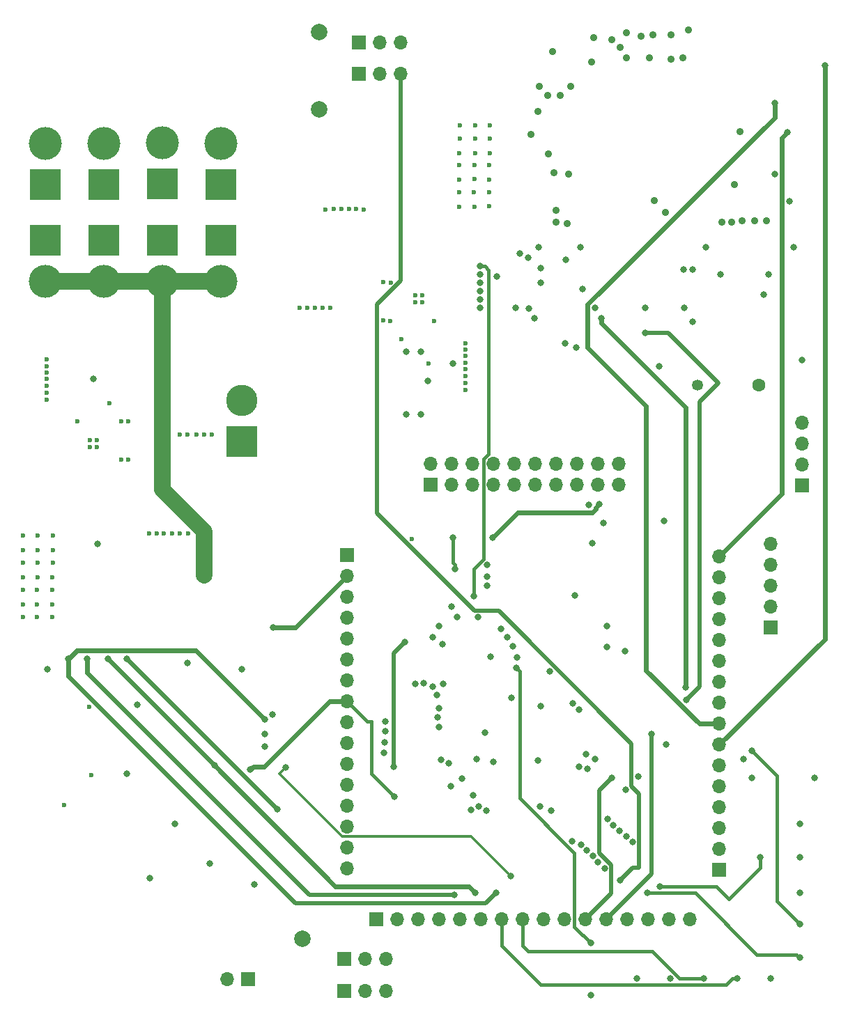
<source format=gbr>
G04 #@! TF.GenerationSoftware,KiCad,Pcbnew,5.0.2-bee76a0~70~ubuntu18.04.1*
G04 #@! TF.CreationDate,2019-09-22T14:56:38-07:00*
G04 #@! TF.ProjectId,habiv-board,68616269-762d-4626-9f61-72642e6b6963,rev?*
G04 #@! TF.SameCoordinates,Original*
G04 #@! TF.FileFunction,Copper,L3,Inr*
G04 #@! TF.FilePolarity,Positive*
%FSLAX46Y46*%
G04 Gerber Fmt 4.6, Leading zero omitted, Abs format (unit mm)*
G04 Created by KiCad (PCBNEW 5.0.2-bee76a0~70~ubuntu18.04.1) date Sun 22 Sep 2019 02:56:38 PM PDT*
%MOMM*%
%LPD*%
G01*
G04 APERTURE LIST*
G04 #@! TA.AperFunction,ViaPad*
%ADD10R,1.700000X1.700000*%
G04 #@! TD*
G04 #@! TA.AperFunction,ViaPad*
%ADD11O,1.700000X1.700000*%
G04 #@! TD*
G04 #@! TA.AperFunction,ViaPad*
%ADD12C,4.000000*%
G04 #@! TD*
G04 #@! TA.AperFunction,ViaPad*
%ADD13R,3.800000X3.800000*%
G04 #@! TD*
G04 #@! TA.AperFunction,ViaPad*
%ADD14C,3.800000*%
G04 #@! TD*
G04 #@! TA.AperFunction,WasherPad*
%ADD15C,1.600000*%
G04 #@! TD*
G04 #@! TA.AperFunction,WasherPad*
%ADD16C,1.350000*%
G04 #@! TD*
G04 #@! TA.AperFunction,ViaPad*
%ADD17C,0.800000*%
G04 #@! TD*
G04 #@! TA.AperFunction,ViaPad*
%ADD18C,0.600000*%
G04 #@! TD*
G04 #@! TA.AperFunction,ViaPad*
%ADD19C,0.906400*%
G04 #@! TD*
G04 #@! TA.AperFunction,ViaPad*
%ADD20C,2.000000*%
G04 #@! TD*
G04 #@! TA.AperFunction,Conductor*
%ADD21C,0.500000*%
G04 #@! TD*
G04 #@! TA.AperFunction,Conductor*
%ADD22C,0.400000*%
G04 #@! TD*
G04 #@! TA.AperFunction,Conductor*
%ADD23C,0.600000*%
G04 #@! TD*
G04 #@! TA.AperFunction,Conductor*
%ADD24C,0.300000*%
G04 #@! TD*
G04 #@! TA.AperFunction,Conductor*
%ADD25C,2.000000*%
G04 #@! TD*
G04 APERTURE END LIST*
D10*
G04 #@! TO.N,GND*
G04 #@! TO.C,J21*
X177546000Y-66040000D03*
D11*
G04 #@! TO.N,PB5*
X177546000Y-63500000D03*
G04 #@! TO.N,PB3*
X177546000Y-60960000D03*
G04 #@! TO.N,+3V3*
X177546000Y-58420000D03*
G04 #@! TD*
D10*
G04 #@! TO.N,PA12*
G04 #@! TO.C,J20*
X173736000Y-83312000D03*
D11*
G04 #@! TO.N,PA11*
X173736000Y-80772000D03*
G04 #@! TO.N,PB10*
X173736000Y-78232000D03*
G04 #@! TO.N,+5V*
X173736000Y-75692000D03*
G04 #@! TO.N,GND*
X173736000Y-73152000D03*
G04 #@! TD*
G04 #@! TO.N,PA10*
G04 #@! TO.C,J18*
X128778000Y-12192000D03*
G04 #@! TO.N,+5V*
X126238000Y-12192000D03*
D10*
G04 #@! TO.N,GND*
X123698000Y-12192000D03*
G04 #@! TD*
G04 #@! TO.N,GND*
G04 #@! TO.C,J17*
X121920000Y-127508000D03*
D11*
G04 #@! TO.N,+5V*
X124460000Y-127508000D03*
G04 #@! TO.N,PA1*
X127000000Y-127508000D03*
G04 #@! TD*
G04 #@! TO.N,PA0*
G04 #@! TO.C,J5*
X127000000Y-123619974D03*
G04 #@! TO.N,+5V*
X124460000Y-123619974D03*
D10*
G04 #@! TO.N,GND*
X121920000Y-123619974D03*
G04 #@! TD*
G04 #@! TO.N,GND*
G04 #@! TO.C,J19*
X123698000Y-16002000D03*
D11*
G04 #@! TO.N,+5V*
X126238000Y-16002000D03*
G04 #@! TO.N,PA9*
X128778000Y-16002000D03*
G04 #@! TD*
D12*
G04 #@! TO.N,+5V*
G04 #@! TO.C,J15*
X92710000Y-41179121D03*
D13*
G04 #@! TO.N,GND*
X92710000Y-36179121D03*
G04 #@! TD*
G04 #@! TO.N,GND*
G04 #@! TO.C,J16*
X99822000Y-36179121D03*
D12*
G04 #@! TO.N,+5V*
X99822000Y-41179121D03*
G04 #@! TD*
G04 #@! TO.N,+3V3*
G04 #@! TO.C,J13*
X85598000Y-24464000D03*
D13*
G04 #@! TO.N,GND*
X85598000Y-29464000D03*
G04 #@! TD*
G04 #@! TO.N,GND*
G04 #@! TO.C,J14*
X106934000Y-29464000D03*
D12*
G04 #@! TO.N,+3V3*
X106934000Y-24464000D03*
G04 #@! TD*
G04 #@! TO.N,+3V3*
G04 #@! TO.C,J12*
X99822000Y-24384000D03*
D13*
G04 #@! TO.N,GND*
X99822000Y-29384000D03*
G04 #@! TD*
G04 #@! TO.N,GND*
G04 #@! TO.C,J11*
X85598000Y-36179121D03*
D12*
G04 #@! TO.N,+5V*
X85598000Y-41179121D03*
G04 #@! TD*
G04 #@! TO.N,+3V3*
G04 #@! TO.C,J10*
X92710000Y-24464000D03*
D13*
G04 #@! TO.N,GND*
X92710000Y-29464000D03*
G04 #@! TD*
G04 #@! TO.N,GND*
G04 #@! TO.C,J8*
X106934000Y-36179121D03*
D12*
G04 #@! TO.N,+5V*
X106934000Y-41179121D03*
G04 #@! TD*
D13*
G04 #@! TO.N,GND*
G04 #@! TO.C,J9*
X109474000Y-60706000D03*
D14*
G04 #@! TO.N,Net-(C8-Pad1)*
X109474000Y-55706000D03*
G04 #@! TD*
D10*
G04 #@! TO.N,Net-(J2-Pad1)*
G04 #@! TO.C,J2*
X132418247Y-65931568D03*
D11*
X132418247Y-63391568D03*
G04 #@! TO.N,PB4*
X134958247Y-65931568D03*
G04 #@! TO.N,GND*
X134958247Y-63391568D03*
G04 #@! TO.N,PA15*
X137498247Y-65931568D03*
G04 #@! TO.N,GND*
X137498247Y-63391568D03*
G04 #@! TO.N,PA13*
X140038247Y-65931568D03*
G04 #@! TO.N,GND*
X140038247Y-63391568D03*
G04 #@! TO.N,PA14*
X142578247Y-65931568D03*
G04 #@! TO.N,GND*
X142578247Y-63391568D03*
G04 #@! TO.N,Net-(10k2-Pad2)*
X145118247Y-65931568D03*
G04 #@! TO.N,GND*
X145118247Y-63391568D03*
G04 #@! TO.N,PB3*
X147658247Y-65931568D03*
G04 #@! TO.N,GND*
X147658247Y-63391568D03*
G04 #@! TO.N,RST*
X150198247Y-65931568D03*
G04 #@! TO.N,GND*
X150198247Y-63391568D03*
G04 #@! TO.N,Net-(10k4-Pad2)*
X152738247Y-65931568D03*
G04 #@! TO.N,GND*
X152738247Y-63391568D03*
G04 #@! TO.N,Net-(10k3-Pad2)*
X155278247Y-65931568D03*
G04 #@! TO.N,GND*
X155278247Y-63391568D03*
G04 #@! TD*
D10*
G04 #@! TO.N,PA0*
G04 #@! TO.C,J4*
X125829487Y-118758488D03*
D11*
G04 #@! TO.N,PA1*
X128369487Y-118758488D03*
G04 #@! TO.N,PA2*
X130909487Y-118758488D03*
G04 #@! TO.N,PA3*
X133449487Y-118758488D03*
G04 #@! TO.N,PA4*
X135989487Y-118758488D03*
G04 #@! TO.N,PA5*
X138529487Y-118758488D03*
G04 #@! TO.N,PA6*
X141069487Y-118758488D03*
G04 #@! TO.N,PA7*
X143609487Y-118758488D03*
G04 #@! TO.N,PA8*
X146149487Y-118758488D03*
G04 #@! TO.N,PA9*
X148689487Y-118758488D03*
G04 #@! TO.N,PA10*
X151229487Y-118758488D03*
G04 #@! TO.N,PA11*
X153769487Y-118758488D03*
G04 #@! TO.N,PA12*
X156309487Y-118758488D03*
G04 #@! TO.N,PA13*
X158849487Y-118758488D03*
G04 #@! TO.N,PA14*
X161389487Y-118758488D03*
G04 #@! TO.N,PA15*
X163929487Y-118758488D03*
G04 #@! TD*
D10*
G04 #@! TO.N,PB0*
G04 #@! TO.C,J6*
X167500727Y-112774248D03*
D11*
G04 #@! TO.N,PB1*
X167500727Y-110234248D03*
G04 #@! TO.N,PB2*
X167500727Y-107694248D03*
G04 #@! TO.N,PB3*
X167500727Y-105154248D03*
G04 #@! TO.N,PB4*
X167500727Y-102614248D03*
G04 #@! TO.N,PB5*
X167500727Y-100074248D03*
G04 #@! TO.N,PB6*
X167500727Y-97534248D03*
G04 #@! TO.N,PB7*
X167500727Y-94994248D03*
G04 #@! TO.N,PB8*
X167500727Y-92454248D03*
G04 #@! TO.N,PB9*
X167500727Y-89914248D03*
G04 #@! TO.N,PB10*
X167500727Y-87374248D03*
G04 #@! TO.N,PB11*
X167500727Y-84834248D03*
G04 #@! TO.N,PB12*
X167500727Y-82294248D03*
G04 #@! TO.N,PB13*
X167500727Y-79754248D03*
G04 #@! TO.N,PB14*
X167500727Y-77214248D03*
G04 #@! TO.N,PB15*
X167500727Y-74674248D03*
G04 #@! TD*
G04 #@! TO.N,PD2*
G04 #@! TO.C,J7*
X122278567Y-112581208D03*
G04 #@! TO.N,N/C*
X122278567Y-110041208D03*
G04 #@! TO.N,PC13*
X122278567Y-107501208D03*
G04 #@! TO.N,PC12*
X122278567Y-104961208D03*
G04 #@! TO.N,PC11*
X122278567Y-102421208D03*
G04 #@! TO.N,PC10*
X122278567Y-99881208D03*
G04 #@! TO.N,PC9*
X122278567Y-97341208D03*
G04 #@! TO.N,PC8*
X122278567Y-94801208D03*
G04 #@! TO.N,PC7*
X122278567Y-92261208D03*
G04 #@! TO.N,PC6*
X122278567Y-89721208D03*
G04 #@! TO.N,PC5*
X122278567Y-87181208D03*
G04 #@! TO.N,PC4*
X122278567Y-84641208D03*
G04 #@! TO.N,PC3*
X122278567Y-82101208D03*
G04 #@! TO.N,PC2*
X122278567Y-79561208D03*
G04 #@! TO.N,PC1*
X122278567Y-77021208D03*
D10*
G04 #@! TO.N,PC0*
X122278567Y-74481208D03*
G04 #@! TD*
G04 #@! TO.N,Net-(J3-Pad1)*
G04 #@! TO.C,J3*
X110226000Y-126024000D03*
D11*
G04 #@! TO.N,Net-(J3-Pad2)*
X107686000Y-126024000D03*
G04 #@! TD*
D15*
G04 #@! TO.N,*
G04 #@! TO.C,B2*
X172336000Y-53812000D03*
D16*
X164886000Y-53812000D03*
G04 #@! TD*
D17*
G04 #@! TO.N,+3V3*
X101346000Y-107188000D03*
X109474000Y-88392000D03*
X136270577Y-101660025D03*
X145688167Y-105073448D03*
X133858000Y-85344000D03*
X153836767Y-85658448D03*
D18*
X130136767Y-72558448D03*
X132170190Y-51213369D03*
D17*
X143256000Y-37846000D03*
X132643766Y-90498447D03*
D18*
X87886000Y-104912000D03*
D17*
X96774000Y-92710000D03*
X85852000Y-88392000D03*
X140462000Y-40640000D03*
X142748000Y-44450000D03*
X132080000Y-53340000D03*
X135128000Y-51213369D03*
X148844000Y-38608000D03*
X150876000Y-42164000D03*
X165862000Y-37084000D03*
X174244000Y-28194000D03*
G04 #@! TO.N,GND*
X176022000Y-31496000D03*
X177546000Y-50800000D03*
X150622000Y-37084000D03*
X148794000Y-48768000D03*
X144394000Y-44518000D03*
D19*
X163761600Y-10616900D03*
X163040000Y-14002000D03*
X169349600Y-29412900D03*
X171840000Y-33802000D03*
X160967600Y-32841900D03*
X169040000Y-34002000D03*
X147640000Y-34002000D03*
X149040000Y-34202000D03*
X159040000Y-14002000D03*
X156240000Y-11002000D03*
X170240000Y-33802000D03*
X159440000Y-11202000D03*
X154440000Y-11802000D03*
X147640000Y-32602000D03*
X173240000Y-33802000D03*
X161640000Y-11202000D03*
X155440000Y-12802000D03*
X148140600Y-18617900D03*
X149410600Y-17538400D03*
X145600600Y-17474900D03*
X149156600Y-28142900D03*
X146743600Y-25729900D03*
X147378600Y-28015900D03*
X145473600Y-20522900D03*
X144584600Y-23380400D03*
X146616600Y-18617900D03*
X147251600Y-13283900D03*
X151950600Y-14553900D03*
X158040000Y-11402000D03*
X152240000Y-11602000D03*
X167840000Y-34002000D03*
D17*
X147116767Y-105548448D03*
X153841767Y-83148448D03*
X149991767Y-79423448D03*
X139291767Y-75648434D03*
X134966781Y-80748448D03*
X132658443Y-84483577D03*
X133466769Y-83148448D03*
X129316768Y-85048448D03*
X145816765Y-92848448D03*
X140016767Y-99648448D03*
X138016767Y-99248448D03*
X142262661Y-91877554D03*
X139016618Y-96073618D03*
X149606000Y-109298448D03*
X145427946Y-99486315D03*
X156036767Y-86208448D03*
X127906767Y-100248448D03*
D18*
X105843090Y-59798569D03*
X104933770Y-59813809D03*
X103943170Y-59798569D03*
X102886530Y-59798569D03*
X101926410Y-59798569D03*
X102947490Y-71822929D03*
X101931490Y-71822929D03*
X100981530Y-71833089D03*
X100036650Y-71843249D03*
X99127330Y-71843249D03*
X98223090Y-71833089D03*
X82876410Y-81993089D03*
X84578210Y-81993089D03*
X86478130Y-82008329D03*
X86462890Y-80453849D03*
X84593450Y-80453849D03*
X82861170Y-80453849D03*
X82876410Y-78716489D03*
X84623930Y-78736809D03*
X86478130Y-78701249D03*
X86493370Y-77207729D03*
X84669650Y-77222969D03*
X82891650Y-77207729D03*
X82911970Y-75399249D03*
X84669650Y-75419569D03*
X86523850Y-75419569D03*
X86523850Y-73920969D03*
X84684890Y-73905729D03*
X82927210Y-73905729D03*
X82911970Y-72117569D03*
X84669650Y-72117569D03*
X86523850Y-72132809D03*
X91852770Y-60504689D03*
X91019650Y-60494529D03*
X91009490Y-61373369D03*
X91852770Y-61388609D03*
X85807570Y-55561849D03*
X85782170Y-54754129D03*
X85772010Y-53900689D03*
X85772010Y-53098049D03*
X85761850Y-52295409D03*
X85761850Y-51513089D03*
X85761850Y-50674889D03*
X119640370Y-32447849D03*
X120691930Y-32442769D03*
X121611410Y-32437689D03*
X122546130Y-32437689D03*
X123343690Y-32432609D03*
X124263170Y-32463089D03*
X116506010Y-44436649D03*
X117420410Y-44416329D03*
X118350050Y-44441729D03*
X119330490Y-44441729D03*
X120275370Y-44441729D03*
X139604770Y-22277689D03*
X137867410Y-22257369D03*
X135987810Y-22257369D03*
X135967490Y-23811849D03*
X137806450Y-23811849D03*
X139584450Y-23811849D03*
X139584450Y-25610169D03*
X137826770Y-25589849D03*
X135926850Y-25589849D03*
X135886210Y-27057969D03*
X137765810Y-27057969D03*
X139543810Y-27078289D03*
X139543810Y-28815649D03*
X137765810Y-28795329D03*
X135865890Y-28856289D03*
X135865890Y-30370129D03*
X137704850Y-30329489D03*
X139564130Y-30370129D03*
X139564130Y-32087169D03*
X137745490Y-32127809D03*
X135865890Y-32148129D03*
X136658370Y-48708929D03*
X136668530Y-49521729D03*
X136658370Y-50298969D03*
X136658370Y-51096529D03*
X136668530Y-51914409D03*
X136668530Y-52701809D03*
X136658370Y-53565409D03*
X136658370Y-54454409D03*
X131420890Y-43720369D03*
X131420890Y-42866929D03*
X130608090Y-42887249D03*
X130608090Y-43720369D03*
D17*
X138176000Y-82042000D03*
X139700000Y-86868000D03*
X134874000Y-102616000D03*
X134620000Y-99822000D03*
X173482000Y-40386000D03*
X102839234Y-87630000D03*
D20*
X118872000Y-10922000D03*
D17*
G04 #@! TO.N,PA5*
X133416791Y-93073448D03*
X177292000Y-111252000D03*
X172466000Y-111252000D03*
X160274000Y-114808000D03*
X135340999Y-115824000D03*
X90678000Y-87122000D03*
X113196020Y-93874091D03*
G04 #@! TO.N,PA7*
X112268000Y-94488000D03*
X88392000Y-87122000D03*
X133445802Y-95395939D03*
X140420999Y-115570000D03*
X165608000Y-125984000D03*
G04 #@! TO.N,PA6*
X112268000Y-96266000D03*
X93218000Y-87122000D03*
X133316767Y-94248448D03*
X137880999Y-115570000D03*
X106172000Y-100076000D03*
X169672000Y-125984000D03*
G04 #@! TO.N,PA8*
X112268000Y-97790000D03*
X142188167Y-113538000D03*
X114808000Y-100330000D03*
X157480000Y-125984000D03*
G04 #@! TO.N,Net-(C1-Pad1)*
X164256000Y-46142000D03*
X164256000Y-39792000D03*
G04 #@! TO.N,Net-(B2-Pad2)*
X160186000Y-51562000D03*
X172906000Y-42837000D03*
G04 #@! TO.N,Net-(IC1-Pad8)*
X163206000Y-39792000D03*
X163256000Y-44442000D03*
G04 #@! TO.N,PB9*
X153162000Y-45720000D03*
X163376767Y-90598446D03*
X149708807Y-92486758D03*
X177292000Y-107188000D03*
G04 #@! TO.N,PB8*
X158496000Y-47498000D03*
X152400000Y-44450000D03*
X158496000Y-44450000D03*
X163496767Y-92128448D03*
X150436767Y-93238448D03*
X173736000Y-125984000D03*
G04 #@! TO.N,RST*
X151892000Y-128016000D03*
X142852917Y-88198448D03*
X151892000Y-121666000D03*
G04 #@! TO.N,PB4*
X179070000Y-101600000D03*
X152091788Y-73084937D03*
X157650591Y-101430608D03*
X171450000Y-101600000D03*
G04 #@! TO.N,PB3*
X151641777Y-68408207D03*
X156136767Y-103028448D03*
X160782000Y-70358000D03*
X153416000Y-70612000D03*
G04 #@! TO.N,PA1*
X130556000Y-90123448D03*
G04 #@! TO.N,PA2*
X131572000Y-90073448D03*
G04 #@! TO.N,PA3*
X133966610Y-90148616D03*
X95504000Y-87122000D03*
X113792000Y-105410000D03*
X177292000Y-115570000D03*
G04 #@! TO.N,PA4*
X133191588Y-91500330D03*
G04 #@! TO.N,PA9*
X155448000Y-114046000D03*
G04 #@! TO.N,PA10*
X154432000Y-101600000D03*
G04 #@! TO.N,PA11*
X159258000Y-96266000D03*
G04 #@! TO.N,PB0*
X126891757Y-94723444D03*
G04 #@! TO.N,PB1*
X126891757Y-95899894D03*
G04 #@! TO.N,PB2*
X126866744Y-97273471D03*
G04 #@! TO.N,PB5*
X170434000Y-99314000D03*
G04 #@! TO.N,PB6*
X180340000Y-14986000D03*
X161036000Y-97534248D03*
X161544000Y-125984000D03*
G04 #@! TO.N,PB7*
X174244000Y-19558000D03*
X177292000Y-119380000D03*
X171450000Y-98298000D03*
G04 #@! TO.N,PB10*
X126791767Y-98548448D03*
G04 #@! TO.N,PB12*
X137581900Y-103728700D03*
X152791278Y-111850349D03*
X156186767Y-108718448D03*
G04 #@! TO.N,PB13*
X137367989Y-105469454D03*
X152145954Y-111086425D03*
X155406767Y-107978448D03*
G04 #@! TO.N,PB14*
X138290846Y-105084281D03*
X151431191Y-110387041D03*
X154640417Y-107336006D03*
G04 #@! TO.N,PB15*
X175768000Y-23114000D03*
X139166769Y-105573448D03*
X150698056Y-109706940D03*
X153971560Y-106592599D03*
G04 #@! TO.N,PC0*
X98298000Y-113792000D03*
X139291767Y-77148432D03*
X142891767Y-86948448D03*
G04 #@! TO.N,PC1*
X95504000Y-101092000D03*
X139303320Y-78199176D03*
X142416767Y-85548448D03*
X113284000Y-83312000D03*
G04 #@! TO.N,PC2*
X137668000Y-79502000D03*
X141741767Y-84448448D03*
X138430000Y-39370000D03*
G04 #@! TO.N,PC3*
X135636000Y-82042000D03*
X140966767Y-83473448D03*
X138430000Y-40386000D03*
X129486766Y-49784000D03*
X129486766Y-57404000D03*
G04 #@! TO.N,PC4*
X138430000Y-41402000D03*
X131218246Y-57404000D03*
X131218246Y-49784000D03*
G04 #@! TO.N,PC5*
X138430000Y-42418000D03*
G04 #@! TO.N,PC6*
X138430000Y-43434000D03*
G04 #@! TO.N,PC7*
X177292000Y-123444000D03*
X110490000Y-100584000D03*
X158750000Y-115570000D03*
X128016000Y-103886000D03*
G04 #@! TO.N,PC8*
X138430000Y-44450000D03*
X135382000Y-76200000D03*
X135128000Y-72390000D03*
G04 #@! TO.N,PC10*
X150486209Y-100182571D03*
G04 #@! TO.N,PC11*
X151438806Y-100486844D03*
G04 #@! TO.N,PC12*
X151316767Y-98708448D03*
G04 #@! TO.N,PC13*
X146891767Y-88623448D03*
G04 #@! TO.N,PD2*
X152400000Y-99314000D03*
G04 #@! TO.N,PB11*
X133703471Y-99368146D03*
X153556766Y-112548448D03*
X156976767Y-109368448D03*
G04 #@! TO.N,Net-(10k4-Pad2)*
X152908000Y-68326000D03*
X139954000Y-72390000D03*
D18*
G04 #@! TO.N,Net-(C8-Pad1)*
X128908830Y-48241569D03*
X132835670Y-46001289D03*
X93409790Y-55998729D03*
X89482950Y-58239009D03*
G04 #@! TO.N,Net-(C13-Pad1)*
X126650770Y-41299749D03*
X126650770Y-45991129D03*
X127565170Y-41337849D03*
X127542310Y-46047009D03*
G04 #@! TO.N,Net-(C14-Pad1)*
X94819490Y-62856729D03*
X95665310Y-62844029D03*
X95665310Y-58249169D03*
X94816950Y-58239009D03*
D20*
G04 #@! TO.N,+5V*
X116840000Y-121158000D03*
X118872000Y-20320000D03*
D17*
X91948000Y-73152000D03*
X91440000Y-53086000D03*
D20*
X104902000Y-76962000D03*
D18*
G04 #@! TO.N,Net-(J1-Pad5)*
X91236000Y-101262000D03*
X90936000Y-92962000D03*
D17*
G04 #@! TO.N,Net-(R19-Pad2)*
X105596000Y-111974000D03*
X110998000Y-114554000D03*
G04 #@! TO.N,Net-(C12-Pad1)*
X145796000Y-41402000D03*
X145034000Y-45720000D03*
G04 #@! TO.N,Net-(C19-Pad2)*
X145542000Y-37084000D03*
X145796000Y-39624000D03*
G04 #@! TO.N,Net-(R33-Pad1)*
X144272000Y-38354000D03*
X150114000Y-49276000D03*
D19*
G04 #@! TO.N,Net-(LED1-PadA)*
X170040000Y-23002000D03*
X159640000Y-31402000D03*
D17*
G04 #@! TO.N,Net-(C4-Pad1)*
X176530000Y-37084000D03*
X167640000Y-40386000D03*
D19*
G04 #@! TO.N,Net-(C7-Pad1)*
X156240000Y-14002000D03*
X161640000Y-14202000D03*
G04 #@! TD*
D21*
G04 #@! TO.N,GND*
X127906767Y-86458449D02*
X129316768Y-85048448D01*
X127906767Y-100248448D02*
X127906767Y-86458449D01*
D22*
G04 #@! TO.N,PA5*
X172466000Y-111252000D02*
X172466000Y-112522000D01*
X172466000Y-112522000D02*
X168656000Y-116332000D01*
X168656000Y-116332000D02*
X167132000Y-114808000D01*
X167132000Y-114808000D02*
X160274000Y-114808000D01*
X160274000Y-114808000D02*
X160274000Y-114808000D01*
D21*
X135340999Y-115824000D02*
X133604000Y-115824000D01*
X133604000Y-115824000D02*
X117711998Y-115824000D01*
X117711998Y-115824000D02*
X117348000Y-115460002D01*
X117457998Y-115570000D02*
X117348000Y-115460002D01*
D23*
X117348000Y-115460002D02*
X90678000Y-88790002D01*
X90678000Y-88790002D02*
X90678000Y-87687685D01*
X90678000Y-87687685D02*
X90678000Y-87122000D01*
G04 #@! TO.N,PA7*
X88392000Y-87687685D02*
X88392000Y-87122000D01*
X88392000Y-89254002D02*
X88392000Y-87687685D01*
X88791999Y-86722001D02*
X88392000Y-87122000D01*
X103901999Y-86121999D02*
X89392001Y-86121999D01*
X89392001Y-86121999D02*
X88791999Y-86722001D01*
X112268000Y-94488000D02*
X103901999Y-86121999D01*
D21*
X115723998Y-116586000D02*
X115570000Y-116432002D01*
D23*
X115570000Y-116432002D02*
X88392000Y-89254002D01*
D21*
X115977998Y-116840000D02*
X115570000Y-116432002D01*
X139150999Y-116840000D02*
X115977998Y-116840000D01*
X140420999Y-115570000D02*
X139150999Y-116840000D01*
D22*
X162654002Y-125984000D02*
X159352002Y-122682000D01*
X165608000Y-125984000D02*
X162654002Y-125984000D01*
X159352002Y-122682000D02*
X144272000Y-122682000D01*
X143609487Y-122019487D02*
X143609487Y-118758488D01*
X144272000Y-122682000D02*
X143609487Y-122019487D01*
D23*
G04 #@! TO.N,PA6*
X120865999Y-114769999D02*
X106172000Y-100076000D01*
X137080998Y-114769999D02*
X120865999Y-114769999D01*
X93617999Y-87521999D02*
X93218000Y-87122000D01*
X137880999Y-115570000D02*
X137080998Y-114769999D01*
X106172000Y-100076000D02*
X93617999Y-87521999D01*
D22*
X168356314Y-126734001D02*
X145784001Y-126734001D01*
X169672000Y-125984000D02*
X169106315Y-125984000D01*
X169106315Y-125984000D02*
X168356314Y-126734001D01*
X141069487Y-122019487D02*
X141069487Y-118758488D01*
X145784001Y-126734001D02*
X141069487Y-122019487D01*
D24*
G04 #@! TO.N,PA8*
X114046000Y-101092000D02*
X114808000Y-100330000D01*
X121655209Y-108701209D02*
X114046000Y-101092000D01*
X142188167Y-113538000D02*
X140664167Y-112014000D01*
X137351376Y-108701209D02*
X121655209Y-108701209D01*
X140664167Y-112014000D02*
X137351376Y-108701209D01*
D23*
G04 #@! TO.N,PB9*
X163376767Y-90032761D02*
X163376767Y-90598446D01*
X163376767Y-56500452D02*
X163376767Y-88900000D01*
X153162000Y-46285685D02*
X163376767Y-56500452D01*
X153162000Y-45720000D02*
X153162000Y-46285685D01*
X163376767Y-88900000D02*
X163376767Y-90032761D01*
D21*
G04 #@! TO.N,PB8*
X158496000Y-47498000D02*
X161290000Y-47498000D01*
X161290000Y-47498000D02*
X167386000Y-53594000D01*
X167386000Y-53594000D02*
X165100000Y-55880000D01*
X165100000Y-90525215D02*
X163496767Y-92128448D01*
X165100000Y-55880000D02*
X165100000Y-90525215D01*
D22*
G04 #@! TO.N,RST*
X143252916Y-88598447D02*
X142852917Y-88198448D01*
X143252916Y-104055366D02*
X143252916Y-88598447D01*
X149889488Y-119663488D02*
X149889488Y-110691938D01*
X149889488Y-110691938D02*
X143252916Y-104055366D01*
X151892000Y-121666000D02*
X149889488Y-119663488D01*
D23*
G04 #@! TO.N,PA3*
X95903999Y-87521999D02*
X95504000Y-87122000D01*
X108966000Y-100584000D02*
X95903999Y-87521999D01*
X113792000Y-105410000D02*
X108966000Y-100584000D01*
D21*
G04 #@! TO.N,PA9*
X156850590Y-97398269D02*
X156850590Y-102558269D01*
X140694320Y-81241999D02*
X156850590Y-97398269D01*
X137784316Y-81241999D02*
X140694320Y-81241999D01*
X125950769Y-69408452D02*
X137784316Y-81241999D01*
X125950769Y-43988252D02*
X125950769Y-69408452D01*
X128778000Y-41161021D02*
X125950769Y-43988252D01*
X128778000Y-16002000D02*
X128778000Y-41161021D01*
X157776768Y-103484447D02*
X157776768Y-112479232D01*
X156850590Y-102558269D02*
X157776768Y-103484447D01*
X157014768Y-112479232D02*
X155448000Y-114046000D01*
X157776768Y-112479232D02*
X157014768Y-112479232D01*
G04 #@! TO.N,PA10*
X152079486Y-117908489D02*
X151229487Y-118758488D01*
X154356767Y-115631208D02*
X152079486Y-117908489D01*
X154356767Y-112164447D02*
X154356767Y-115631208D01*
X152945955Y-110753635D02*
X154356767Y-112164447D01*
X152945955Y-103086045D02*
X152945955Y-110753635D01*
X154432000Y-101600000D02*
X152945955Y-103086045D01*
G04 #@! TO.N,PA11*
X159258000Y-113269975D02*
X153769487Y-118758488D01*
X159258000Y-96266000D02*
X159258000Y-113269975D01*
D23*
G04 #@! TO.N,PB6*
X180340000Y-84694975D02*
X180340000Y-14986000D01*
X167500727Y-97534248D02*
X180340000Y-84694975D01*
G04 #@! TO.N,PB7*
X174244000Y-21273998D02*
X174244000Y-19558000D01*
X158632000Y-56388000D02*
X151499999Y-49255999D01*
X151499999Y-49255999D02*
X151499999Y-44017999D01*
X151499999Y-44017999D02*
X174244000Y-21273998D01*
D22*
X174498000Y-116586000D02*
X174498000Y-101346000D01*
X177292000Y-119380000D02*
X174498000Y-116586000D01*
X174498000Y-101346000D02*
X171450000Y-98298000D01*
X171450000Y-98298000D02*
X171450000Y-98298000D01*
D23*
X166298646Y-94994248D02*
X167500727Y-94994248D01*
X158632000Y-88521683D02*
X165104565Y-94994248D01*
X165104565Y-94994248D02*
X166298646Y-94994248D01*
X158632000Y-56388000D02*
X158632000Y-88521683D01*
G04 #@! TO.N,PB15*
X168350726Y-73824249D02*
X167500727Y-74674248D01*
X175121999Y-67052976D02*
X168350726Y-73824249D01*
X175121999Y-23760001D02*
X175121999Y-67052976D01*
X175768000Y-23114000D02*
X175121999Y-23760001D01*
G04 #@! TO.N,PC1*
X115987775Y-83312000D02*
X122278567Y-77021208D01*
X113284000Y-83312000D02*
X115987775Y-83312000D01*
D22*
G04 #@! TO.N,PC2*
X137668000Y-76162199D02*
X137668000Y-78936315D01*
X137668000Y-78936315D02*
X137668000Y-79502000D01*
X138838246Y-74991953D02*
X137668000Y-76162199D01*
X138838246Y-62815567D02*
X138838246Y-74991953D01*
X139462246Y-62191567D02*
X138838246Y-62815567D01*
X139462246Y-39836561D02*
X139462246Y-62191567D01*
X138995685Y-39370000D02*
X139462246Y-39836561D01*
X138430000Y-39370000D02*
X138995685Y-39370000D01*
D23*
G04 #@! TO.N,PC7*
X112219207Y-100184001D02*
X120142000Y-92261208D01*
X110889999Y-100184001D02*
X112219207Y-100184001D01*
X110490000Y-100584000D02*
X110889999Y-100184001D01*
X120142000Y-92261208D02*
X122278567Y-92261208D01*
D22*
X176892001Y-123044001D02*
X172066001Y-123044001D01*
X177292000Y-123444000D02*
X176892001Y-123044001D01*
X172066001Y-123044001D02*
X164846000Y-115824000D01*
X164846000Y-115824000D02*
X164592000Y-115570000D01*
X164592000Y-115570000D02*
X158750000Y-115570000D01*
X158750000Y-115570000D02*
X158750000Y-115570000D01*
X128016000Y-103886000D02*
X125222000Y-101092000D01*
X125222000Y-101092000D02*
X125222000Y-94742000D01*
X124759359Y-94742000D02*
X122278567Y-92261208D01*
X125222000Y-94742000D02*
X124759359Y-94742000D01*
G04 #@! TO.N,PC8*
X135382000Y-75634315D02*
X135128000Y-75380315D01*
X135382000Y-76200000D02*
X135382000Y-75634315D01*
X135128000Y-75380315D02*
X135128000Y-72390000D01*
X135128000Y-72390000D02*
X135128000Y-72390000D01*
D23*
G04 #@! TO.N,Net-(10k4-Pad2)*
X152508001Y-68873985D02*
X152508001Y-68725999D01*
X152073778Y-69308208D02*
X152508001Y-68873985D01*
X152508001Y-68725999D02*
X152908000Y-68326000D01*
X143035792Y-69308208D02*
X152073778Y-69308208D01*
X139954000Y-72390000D02*
X143035792Y-69308208D01*
D25*
G04 #@! TO.N,+5V*
X99822000Y-44007548D02*
X99822000Y-41179121D01*
X99822000Y-66551437D02*
X99822000Y-44007548D01*
X104902000Y-71631437D02*
X99822000Y-66551437D01*
X104902000Y-76962000D02*
X104902000Y-71631437D01*
X99822000Y-41179121D02*
X106934000Y-41179121D01*
X99822000Y-41179121D02*
X92710000Y-41179121D01*
X92710000Y-41179121D02*
X85598000Y-41179121D01*
G04 #@! TD*
M02*

</source>
